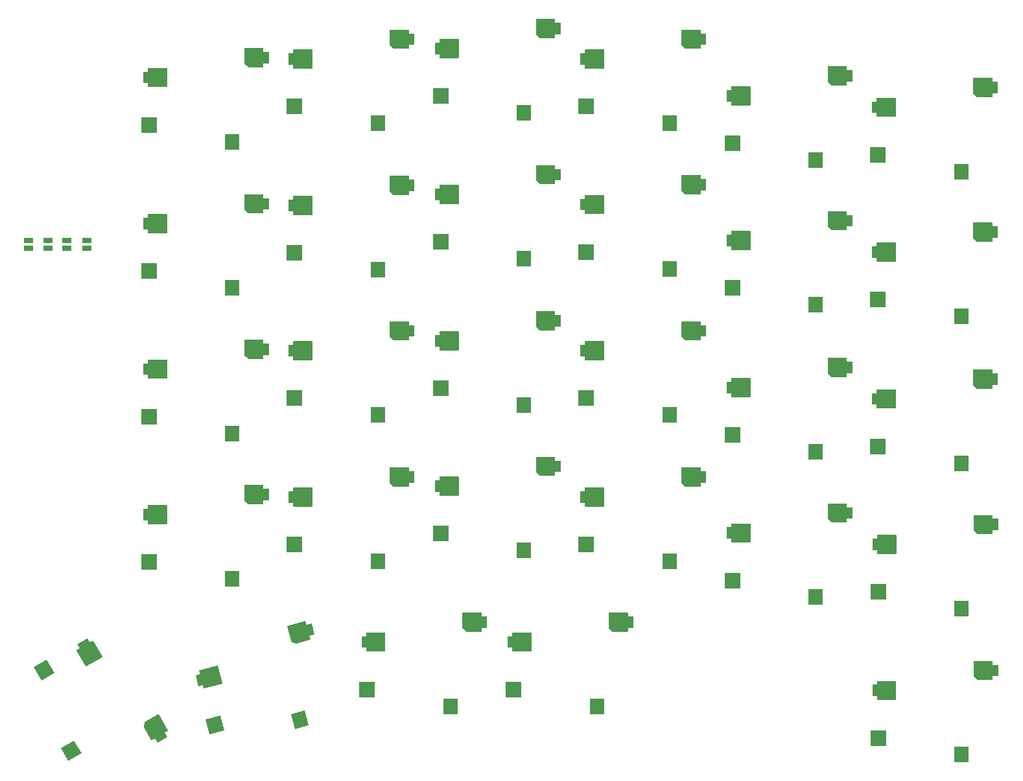
<source format=gbp>
G04 #@! TF.GenerationSoftware,KiCad,Pcbnew,(5.1.12-1-10_14)*
G04 #@! TF.CreationDate,2021-12-27T15:41:04+00:00*
G04 #@! TF.ProjectId,SofleKeyboard,536f666c-654b-4657-9962-6f6172642e6b,rev?*
G04 #@! TF.SameCoordinates,Original*
G04 #@! TF.FileFunction,Paste,Bot*
G04 #@! TF.FilePolarity,Positive*
%FSLAX46Y46*%
G04 Gerber Fmt 4.6, Leading zero omitted, Abs format (unit mm)*
G04 Created by KiCad (PCBNEW (5.1.12-1-10_14)) date 2021-12-27 15:41:04*
%MOMM*%
%LPD*%
G01*
G04 APERTURE LIST*
%ADD10C,0.100000*%
%ADD11R,1.900000X2.000000*%
%ADD12R,2.000000X2.000000*%
%ADD13R,1.143000X0.635000*%
G04 APERTURE END LIST*
D10*
G36*
X203509755Y-103150961D02*
G01*
X203519134Y-103153806D01*
X203527779Y-103158427D01*
X203535355Y-103164645D01*
X203541573Y-103172221D01*
X203546194Y-103180866D01*
X203549039Y-103190245D01*
X203550000Y-103200000D01*
X203550000Y-103650000D01*
X204250000Y-103650000D01*
X204250000Y-105150000D01*
X203550000Y-105150000D01*
X203550000Y-105600000D01*
X203549039Y-105609755D01*
X203546194Y-105619134D01*
X203541573Y-105627779D01*
X203535355Y-105635355D01*
X203527779Y-105641573D01*
X203519134Y-105646194D01*
X203509755Y-105649039D01*
X203500000Y-105650000D01*
X201600000Y-105650000D01*
X201590245Y-105649039D01*
X201580866Y-105646194D01*
X201568765Y-105639043D01*
X201068765Y-105239043D01*
X201061748Y-105232200D01*
X201056202Y-105224118D01*
X201052338Y-105215110D01*
X201050306Y-105205522D01*
X201050000Y-105200000D01*
X201050000Y-103200000D01*
X201050961Y-103190245D01*
X201053806Y-103180866D01*
X201058427Y-103172221D01*
X201064645Y-103164645D01*
X201072221Y-103158427D01*
X201080866Y-103153806D01*
X201090245Y-103150961D01*
X201100000Y-103150000D01*
X203500000Y-103150000D01*
X203509755Y-103150961D01*
G37*
G36*
X190909755Y-105750961D02*
G01*
X190919134Y-105753806D01*
X190927779Y-105758427D01*
X190935355Y-105764645D01*
X190941573Y-105772221D01*
X190946194Y-105780866D01*
X190949039Y-105790245D01*
X190950000Y-105800000D01*
X190950000Y-108200000D01*
X190949039Y-108209755D01*
X190946194Y-108219134D01*
X190941573Y-108227779D01*
X190935355Y-108235355D01*
X190927779Y-108241573D01*
X190919134Y-108246194D01*
X190909755Y-108249039D01*
X190900000Y-108250000D01*
X188500000Y-108250000D01*
X188490245Y-108249039D01*
X188480866Y-108246194D01*
X188472221Y-108241573D01*
X188464645Y-108235355D01*
X188458427Y-108227779D01*
X188453806Y-108219134D01*
X188450961Y-108209755D01*
X188450000Y-108200000D01*
X188450000Y-107750000D01*
X187850000Y-107750000D01*
X187850000Y-106250000D01*
X188450000Y-106250000D01*
X188450000Y-105800000D01*
X188450961Y-105790245D01*
X188453806Y-105780866D01*
X188458427Y-105772221D01*
X188464645Y-105764645D01*
X188472221Y-105758427D01*
X188480866Y-105753806D01*
X188490245Y-105750961D01*
X188500000Y-105750000D01*
X190900000Y-105750000D01*
X190909755Y-105750961D01*
G37*
D11*
X199500000Y-115400000D03*
D12*
X188600000Y-113200000D03*
D13*
X96700000Y-68799620D03*
X96700000Y-69800380D03*
X99200000Y-68799620D03*
X99200000Y-69800380D03*
X101700000Y-68799620D03*
X101700000Y-69800380D03*
X104300000Y-68799620D03*
X104300000Y-69800380D03*
D10*
G36*
X127309755Y-43650961D02*
G01*
X127319134Y-43653806D01*
X127327779Y-43658427D01*
X127335355Y-43664645D01*
X127341573Y-43672221D01*
X127346194Y-43680866D01*
X127349039Y-43690245D01*
X127350000Y-43700000D01*
X127350000Y-44150000D01*
X128050000Y-44150000D01*
X128050000Y-45650000D01*
X127350000Y-45650000D01*
X127350000Y-46100000D01*
X127349039Y-46109755D01*
X127346194Y-46119134D01*
X127341573Y-46127779D01*
X127335355Y-46135355D01*
X127327779Y-46141573D01*
X127319134Y-46146194D01*
X127309755Y-46149039D01*
X127300000Y-46150000D01*
X125400000Y-46150000D01*
X125390245Y-46149039D01*
X125380866Y-46146194D01*
X125368765Y-46139043D01*
X124868765Y-45739043D01*
X124861748Y-45732200D01*
X124856202Y-45724118D01*
X124852338Y-45715110D01*
X124850306Y-45705522D01*
X124850000Y-45700000D01*
X124850000Y-43700000D01*
X124850961Y-43690245D01*
X124853806Y-43680866D01*
X124858427Y-43672221D01*
X124864645Y-43664645D01*
X124872221Y-43658427D01*
X124880866Y-43653806D01*
X124890245Y-43650961D01*
X124900000Y-43650000D01*
X127300000Y-43650000D01*
X127309755Y-43650961D01*
G37*
G36*
X114709755Y-46250961D02*
G01*
X114719134Y-46253806D01*
X114727779Y-46258427D01*
X114735355Y-46264645D01*
X114741573Y-46272221D01*
X114746194Y-46280866D01*
X114749039Y-46290245D01*
X114750000Y-46300000D01*
X114750000Y-48700000D01*
X114749039Y-48709755D01*
X114746194Y-48719134D01*
X114741573Y-48727779D01*
X114735355Y-48735355D01*
X114727779Y-48741573D01*
X114719134Y-48746194D01*
X114709755Y-48749039D01*
X114700000Y-48750000D01*
X112300000Y-48750000D01*
X112290245Y-48749039D01*
X112280866Y-48746194D01*
X112272221Y-48741573D01*
X112264645Y-48735355D01*
X112258427Y-48727779D01*
X112253806Y-48719134D01*
X112250961Y-48709755D01*
X112250000Y-48700000D01*
X112250000Y-48250000D01*
X111650000Y-48250000D01*
X111650000Y-46750000D01*
X112250000Y-46750000D01*
X112250000Y-46300000D01*
X112250961Y-46290245D01*
X112253806Y-46280866D01*
X112258427Y-46272221D01*
X112264645Y-46264645D01*
X112272221Y-46258427D01*
X112280866Y-46253806D01*
X112290245Y-46250961D01*
X112300000Y-46250000D01*
X114700000Y-46250000D01*
X114709755Y-46250961D01*
G37*
D11*
X123300000Y-55900000D03*
D12*
X112400000Y-53700000D03*
D10*
G36*
X146309755Y-41250961D02*
G01*
X146319134Y-41253806D01*
X146327779Y-41258427D01*
X146335355Y-41264645D01*
X146341573Y-41272221D01*
X146346194Y-41280866D01*
X146349039Y-41290245D01*
X146350000Y-41300000D01*
X146350000Y-41750000D01*
X147050000Y-41750000D01*
X147050000Y-43250000D01*
X146350000Y-43250000D01*
X146350000Y-43700000D01*
X146349039Y-43709755D01*
X146346194Y-43719134D01*
X146341573Y-43727779D01*
X146335355Y-43735355D01*
X146327779Y-43741573D01*
X146319134Y-43746194D01*
X146309755Y-43749039D01*
X146300000Y-43750000D01*
X144400000Y-43750000D01*
X144390245Y-43749039D01*
X144380866Y-43746194D01*
X144368765Y-43739043D01*
X143868765Y-43339043D01*
X143861748Y-43332200D01*
X143856202Y-43324118D01*
X143852338Y-43315110D01*
X143850306Y-43305522D01*
X143850000Y-43300000D01*
X143850000Y-41300000D01*
X143850961Y-41290245D01*
X143853806Y-41280866D01*
X143858427Y-41272221D01*
X143864645Y-41264645D01*
X143872221Y-41258427D01*
X143880866Y-41253806D01*
X143890245Y-41250961D01*
X143900000Y-41250000D01*
X146300000Y-41250000D01*
X146309755Y-41250961D01*
G37*
G36*
X133709755Y-43850961D02*
G01*
X133719134Y-43853806D01*
X133727779Y-43858427D01*
X133735355Y-43864645D01*
X133741573Y-43872221D01*
X133746194Y-43880866D01*
X133749039Y-43890245D01*
X133750000Y-43900000D01*
X133750000Y-46300000D01*
X133749039Y-46309755D01*
X133746194Y-46319134D01*
X133741573Y-46327779D01*
X133735355Y-46335355D01*
X133727779Y-46341573D01*
X133719134Y-46346194D01*
X133709755Y-46349039D01*
X133700000Y-46350000D01*
X131300000Y-46350000D01*
X131290245Y-46349039D01*
X131280866Y-46346194D01*
X131272221Y-46341573D01*
X131264645Y-46335355D01*
X131258427Y-46327779D01*
X131253806Y-46319134D01*
X131250961Y-46309755D01*
X131250000Y-46300000D01*
X131250000Y-45850000D01*
X130650000Y-45850000D01*
X130650000Y-44350000D01*
X131250000Y-44350000D01*
X131250000Y-43900000D01*
X131250961Y-43890245D01*
X131253806Y-43880866D01*
X131258427Y-43872221D01*
X131264645Y-43864645D01*
X131272221Y-43858427D01*
X131280866Y-43853806D01*
X131290245Y-43850961D01*
X131300000Y-43850000D01*
X133700000Y-43850000D01*
X133709755Y-43850961D01*
G37*
D11*
X142300000Y-53500000D03*
D12*
X131400000Y-51300000D03*
D10*
G36*
X165409755Y-39860961D02*
G01*
X165419134Y-39863806D01*
X165427779Y-39868427D01*
X165435355Y-39874645D01*
X165441573Y-39882221D01*
X165446194Y-39890866D01*
X165449039Y-39900245D01*
X165450000Y-39910000D01*
X165450000Y-40360000D01*
X166150000Y-40360000D01*
X166150000Y-41860000D01*
X165450000Y-41860000D01*
X165450000Y-42310000D01*
X165449039Y-42319755D01*
X165446194Y-42329134D01*
X165441573Y-42337779D01*
X165435355Y-42345355D01*
X165427779Y-42351573D01*
X165419134Y-42356194D01*
X165409755Y-42359039D01*
X165400000Y-42360000D01*
X163500000Y-42360000D01*
X163490245Y-42359039D01*
X163480866Y-42356194D01*
X163468765Y-42349043D01*
X162968765Y-41949043D01*
X162961748Y-41942200D01*
X162956202Y-41934118D01*
X162952338Y-41925110D01*
X162950306Y-41915522D01*
X162950000Y-41910000D01*
X162950000Y-39910000D01*
X162950961Y-39900245D01*
X162953806Y-39890866D01*
X162958427Y-39882221D01*
X162964645Y-39874645D01*
X162972221Y-39868427D01*
X162980866Y-39863806D01*
X162990245Y-39860961D01*
X163000000Y-39860000D01*
X165400000Y-39860000D01*
X165409755Y-39860961D01*
G37*
G36*
X152809755Y-42460961D02*
G01*
X152819134Y-42463806D01*
X152827779Y-42468427D01*
X152835355Y-42474645D01*
X152841573Y-42482221D01*
X152846194Y-42490866D01*
X152849039Y-42500245D01*
X152850000Y-42510000D01*
X152850000Y-44910000D01*
X152849039Y-44919755D01*
X152846194Y-44929134D01*
X152841573Y-44937779D01*
X152835355Y-44945355D01*
X152827779Y-44951573D01*
X152819134Y-44956194D01*
X152809755Y-44959039D01*
X152800000Y-44960000D01*
X150400000Y-44960000D01*
X150390245Y-44959039D01*
X150380866Y-44956194D01*
X150372221Y-44951573D01*
X150364645Y-44945355D01*
X150358427Y-44937779D01*
X150353806Y-44929134D01*
X150350961Y-44919755D01*
X150350000Y-44910000D01*
X150350000Y-44460000D01*
X149750000Y-44460000D01*
X149750000Y-42960000D01*
X150350000Y-42960000D01*
X150350000Y-42510000D01*
X150350961Y-42500245D01*
X150353806Y-42490866D01*
X150358427Y-42482221D01*
X150364645Y-42474645D01*
X150372221Y-42468427D01*
X150380866Y-42463806D01*
X150390245Y-42460961D01*
X150400000Y-42460000D01*
X152800000Y-42460000D01*
X152809755Y-42460961D01*
G37*
D11*
X161400000Y-52110000D03*
D12*
X150500000Y-49910000D03*
D10*
G36*
X184409755Y-41250961D02*
G01*
X184419134Y-41253806D01*
X184427779Y-41258427D01*
X184435355Y-41264645D01*
X184441573Y-41272221D01*
X184446194Y-41280866D01*
X184449039Y-41290245D01*
X184450000Y-41300000D01*
X184450000Y-41750000D01*
X185150000Y-41750000D01*
X185150000Y-43250000D01*
X184450000Y-43250000D01*
X184450000Y-43700000D01*
X184449039Y-43709755D01*
X184446194Y-43719134D01*
X184441573Y-43727779D01*
X184435355Y-43735355D01*
X184427779Y-43741573D01*
X184419134Y-43746194D01*
X184409755Y-43749039D01*
X184400000Y-43750000D01*
X182500000Y-43750000D01*
X182490245Y-43749039D01*
X182480866Y-43746194D01*
X182468765Y-43739043D01*
X181968765Y-43339043D01*
X181961748Y-43332200D01*
X181956202Y-43324118D01*
X181952338Y-43315110D01*
X181950306Y-43305522D01*
X181950000Y-43300000D01*
X181950000Y-41300000D01*
X181950961Y-41290245D01*
X181953806Y-41280866D01*
X181958427Y-41272221D01*
X181964645Y-41264645D01*
X181972221Y-41258427D01*
X181980866Y-41253806D01*
X181990245Y-41250961D01*
X182000000Y-41250000D01*
X184400000Y-41250000D01*
X184409755Y-41250961D01*
G37*
G36*
X171809755Y-43850961D02*
G01*
X171819134Y-43853806D01*
X171827779Y-43858427D01*
X171835355Y-43864645D01*
X171841573Y-43872221D01*
X171846194Y-43880866D01*
X171849039Y-43890245D01*
X171850000Y-43900000D01*
X171850000Y-46300000D01*
X171849039Y-46309755D01*
X171846194Y-46319134D01*
X171841573Y-46327779D01*
X171835355Y-46335355D01*
X171827779Y-46341573D01*
X171819134Y-46346194D01*
X171809755Y-46349039D01*
X171800000Y-46350000D01*
X169400000Y-46350000D01*
X169390245Y-46349039D01*
X169380866Y-46346194D01*
X169372221Y-46341573D01*
X169364645Y-46335355D01*
X169358427Y-46327779D01*
X169353806Y-46319134D01*
X169350961Y-46309755D01*
X169350000Y-46300000D01*
X169350000Y-45850000D01*
X168750000Y-45850000D01*
X168750000Y-44350000D01*
X169350000Y-44350000D01*
X169350000Y-43900000D01*
X169350961Y-43890245D01*
X169353806Y-43880866D01*
X169358427Y-43872221D01*
X169364645Y-43864645D01*
X169372221Y-43858427D01*
X169380866Y-43853806D01*
X169390245Y-43850961D01*
X169400000Y-43850000D01*
X171800000Y-43850000D01*
X171809755Y-43850961D01*
G37*
D11*
X180400000Y-53500000D03*
D12*
X169500000Y-51300000D03*
D10*
G36*
X203509755Y-46050961D02*
G01*
X203519134Y-46053806D01*
X203527779Y-46058427D01*
X203535355Y-46064645D01*
X203541573Y-46072221D01*
X203546194Y-46080866D01*
X203549039Y-46090245D01*
X203550000Y-46100000D01*
X203550000Y-46550000D01*
X204250000Y-46550000D01*
X204250000Y-48050000D01*
X203550000Y-48050000D01*
X203550000Y-48500000D01*
X203549039Y-48509755D01*
X203546194Y-48519134D01*
X203541573Y-48527779D01*
X203535355Y-48535355D01*
X203527779Y-48541573D01*
X203519134Y-48546194D01*
X203509755Y-48549039D01*
X203500000Y-48550000D01*
X201600000Y-48550000D01*
X201590245Y-48549039D01*
X201580866Y-48546194D01*
X201568765Y-48539043D01*
X201068765Y-48139043D01*
X201061748Y-48132200D01*
X201056202Y-48124118D01*
X201052338Y-48115110D01*
X201050306Y-48105522D01*
X201050000Y-48100000D01*
X201050000Y-46100000D01*
X201050961Y-46090245D01*
X201053806Y-46080866D01*
X201058427Y-46072221D01*
X201064645Y-46064645D01*
X201072221Y-46058427D01*
X201080866Y-46053806D01*
X201090245Y-46050961D01*
X201100000Y-46050000D01*
X203500000Y-46050000D01*
X203509755Y-46050961D01*
G37*
G36*
X190909755Y-48650961D02*
G01*
X190919134Y-48653806D01*
X190927779Y-48658427D01*
X190935355Y-48664645D01*
X190941573Y-48672221D01*
X190946194Y-48680866D01*
X190949039Y-48690245D01*
X190950000Y-48700000D01*
X190950000Y-51100000D01*
X190949039Y-51109755D01*
X190946194Y-51119134D01*
X190941573Y-51127779D01*
X190935355Y-51135355D01*
X190927779Y-51141573D01*
X190919134Y-51146194D01*
X190909755Y-51149039D01*
X190900000Y-51150000D01*
X188500000Y-51150000D01*
X188490245Y-51149039D01*
X188480866Y-51146194D01*
X188472221Y-51141573D01*
X188464645Y-51135355D01*
X188458427Y-51127779D01*
X188453806Y-51119134D01*
X188450961Y-51109755D01*
X188450000Y-51100000D01*
X188450000Y-50650000D01*
X187850000Y-50650000D01*
X187850000Y-49150000D01*
X188450000Y-49150000D01*
X188450000Y-48700000D01*
X188450961Y-48690245D01*
X188453806Y-48680866D01*
X188458427Y-48672221D01*
X188464645Y-48664645D01*
X188472221Y-48658427D01*
X188480866Y-48653806D01*
X188490245Y-48650961D01*
X188500000Y-48650000D01*
X190900000Y-48650000D01*
X190909755Y-48650961D01*
G37*
D11*
X199500000Y-58300000D03*
D12*
X188600000Y-56100000D03*
D10*
G36*
X222509755Y-47550961D02*
G01*
X222519134Y-47553806D01*
X222527779Y-47558427D01*
X222535355Y-47564645D01*
X222541573Y-47572221D01*
X222546194Y-47580866D01*
X222549039Y-47590245D01*
X222550000Y-47600000D01*
X222550000Y-48050000D01*
X223250000Y-48050000D01*
X223250000Y-49550000D01*
X222550000Y-49550000D01*
X222550000Y-50000000D01*
X222549039Y-50009755D01*
X222546194Y-50019134D01*
X222541573Y-50027779D01*
X222535355Y-50035355D01*
X222527779Y-50041573D01*
X222519134Y-50046194D01*
X222509755Y-50049039D01*
X222500000Y-50050000D01*
X220600000Y-50050000D01*
X220590245Y-50049039D01*
X220580866Y-50046194D01*
X220568765Y-50039043D01*
X220068765Y-49639043D01*
X220061748Y-49632200D01*
X220056202Y-49624118D01*
X220052338Y-49615110D01*
X220050306Y-49605522D01*
X220050000Y-49600000D01*
X220050000Y-47600000D01*
X220050961Y-47590245D01*
X220053806Y-47580866D01*
X220058427Y-47572221D01*
X220064645Y-47564645D01*
X220072221Y-47558427D01*
X220080866Y-47553806D01*
X220090245Y-47550961D01*
X220100000Y-47550000D01*
X222500000Y-47550000D01*
X222509755Y-47550961D01*
G37*
G36*
X209909755Y-50150961D02*
G01*
X209919134Y-50153806D01*
X209927779Y-50158427D01*
X209935355Y-50164645D01*
X209941573Y-50172221D01*
X209946194Y-50180866D01*
X209949039Y-50190245D01*
X209950000Y-50200000D01*
X209950000Y-52600000D01*
X209949039Y-52609755D01*
X209946194Y-52619134D01*
X209941573Y-52627779D01*
X209935355Y-52635355D01*
X209927779Y-52641573D01*
X209919134Y-52646194D01*
X209909755Y-52649039D01*
X209900000Y-52650000D01*
X207500000Y-52650000D01*
X207490245Y-52649039D01*
X207480866Y-52646194D01*
X207472221Y-52641573D01*
X207464645Y-52635355D01*
X207458427Y-52627779D01*
X207453806Y-52619134D01*
X207450961Y-52609755D01*
X207450000Y-52600000D01*
X207450000Y-52150000D01*
X206850000Y-52150000D01*
X206850000Y-50650000D01*
X207450000Y-50650000D01*
X207450000Y-50200000D01*
X207450961Y-50190245D01*
X207453806Y-50180866D01*
X207458427Y-50172221D01*
X207464645Y-50164645D01*
X207472221Y-50158427D01*
X207480866Y-50153806D01*
X207490245Y-50150961D01*
X207500000Y-50150000D01*
X209900000Y-50150000D01*
X209909755Y-50150961D01*
G37*
D11*
X218500000Y-59800000D03*
D12*
X207600000Y-57600000D03*
D10*
G36*
X127309755Y-62750961D02*
G01*
X127319134Y-62753806D01*
X127327779Y-62758427D01*
X127335355Y-62764645D01*
X127341573Y-62772221D01*
X127346194Y-62780866D01*
X127349039Y-62790245D01*
X127350000Y-62800000D01*
X127350000Y-63250000D01*
X128050000Y-63250000D01*
X128050000Y-64750000D01*
X127350000Y-64750000D01*
X127350000Y-65200000D01*
X127349039Y-65209755D01*
X127346194Y-65219134D01*
X127341573Y-65227779D01*
X127335355Y-65235355D01*
X127327779Y-65241573D01*
X127319134Y-65246194D01*
X127309755Y-65249039D01*
X127300000Y-65250000D01*
X125400000Y-65250000D01*
X125390245Y-65249039D01*
X125380866Y-65246194D01*
X125368765Y-65239043D01*
X124868765Y-64839043D01*
X124861748Y-64832200D01*
X124856202Y-64824118D01*
X124852338Y-64815110D01*
X124850306Y-64805522D01*
X124850000Y-64800000D01*
X124850000Y-62800000D01*
X124850961Y-62790245D01*
X124853806Y-62780866D01*
X124858427Y-62772221D01*
X124864645Y-62764645D01*
X124872221Y-62758427D01*
X124880866Y-62753806D01*
X124890245Y-62750961D01*
X124900000Y-62750000D01*
X127300000Y-62750000D01*
X127309755Y-62750961D01*
G37*
G36*
X114709755Y-65350961D02*
G01*
X114719134Y-65353806D01*
X114727779Y-65358427D01*
X114735355Y-65364645D01*
X114741573Y-65372221D01*
X114746194Y-65380866D01*
X114749039Y-65390245D01*
X114750000Y-65400000D01*
X114750000Y-67800000D01*
X114749039Y-67809755D01*
X114746194Y-67819134D01*
X114741573Y-67827779D01*
X114735355Y-67835355D01*
X114727779Y-67841573D01*
X114719134Y-67846194D01*
X114709755Y-67849039D01*
X114700000Y-67850000D01*
X112300000Y-67850000D01*
X112290245Y-67849039D01*
X112280866Y-67846194D01*
X112272221Y-67841573D01*
X112264645Y-67835355D01*
X112258427Y-67827779D01*
X112253806Y-67819134D01*
X112250961Y-67809755D01*
X112250000Y-67800000D01*
X112250000Y-67350000D01*
X111650000Y-67350000D01*
X111650000Y-65850000D01*
X112250000Y-65850000D01*
X112250000Y-65400000D01*
X112250961Y-65390245D01*
X112253806Y-65380866D01*
X112258427Y-65372221D01*
X112264645Y-65364645D01*
X112272221Y-65358427D01*
X112280866Y-65353806D01*
X112290245Y-65350961D01*
X112300000Y-65350000D01*
X114700000Y-65350000D01*
X114709755Y-65350961D01*
G37*
D11*
X123300000Y-75000000D03*
D12*
X112400000Y-72800000D03*
D10*
G36*
X146309755Y-60350961D02*
G01*
X146319134Y-60353806D01*
X146327779Y-60358427D01*
X146335355Y-60364645D01*
X146341573Y-60372221D01*
X146346194Y-60380866D01*
X146349039Y-60390245D01*
X146350000Y-60400000D01*
X146350000Y-60850000D01*
X147050000Y-60850000D01*
X147050000Y-62350000D01*
X146350000Y-62350000D01*
X146350000Y-62800000D01*
X146349039Y-62809755D01*
X146346194Y-62819134D01*
X146341573Y-62827779D01*
X146335355Y-62835355D01*
X146327779Y-62841573D01*
X146319134Y-62846194D01*
X146309755Y-62849039D01*
X146300000Y-62850000D01*
X144400000Y-62850000D01*
X144390245Y-62849039D01*
X144380866Y-62846194D01*
X144368765Y-62839043D01*
X143868765Y-62439043D01*
X143861748Y-62432200D01*
X143856202Y-62424118D01*
X143852338Y-62415110D01*
X143850306Y-62405522D01*
X143850000Y-62400000D01*
X143850000Y-60400000D01*
X143850961Y-60390245D01*
X143853806Y-60380866D01*
X143858427Y-60372221D01*
X143864645Y-60364645D01*
X143872221Y-60358427D01*
X143880866Y-60353806D01*
X143890245Y-60350961D01*
X143900000Y-60350000D01*
X146300000Y-60350000D01*
X146309755Y-60350961D01*
G37*
G36*
X133709755Y-62950961D02*
G01*
X133719134Y-62953806D01*
X133727779Y-62958427D01*
X133735355Y-62964645D01*
X133741573Y-62972221D01*
X133746194Y-62980866D01*
X133749039Y-62990245D01*
X133750000Y-63000000D01*
X133750000Y-65400000D01*
X133749039Y-65409755D01*
X133746194Y-65419134D01*
X133741573Y-65427779D01*
X133735355Y-65435355D01*
X133727779Y-65441573D01*
X133719134Y-65446194D01*
X133709755Y-65449039D01*
X133700000Y-65450000D01*
X131300000Y-65450000D01*
X131290245Y-65449039D01*
X131280866Y-65446194D01*
X131272221Y-65441573D01*
X131264645Y-65435355D01*
X131258427Y-65427779D01*
X131253806Y-65419134D01*
X131250961Y-65409755D01*
X131250000Y-65400000D01*
X131250000Y-64950000D01*
X130650000Y-64950000D01*
X130650000Y-63450000D01*
X131250000Y-63450000D01*
X131250000Y-63000000D01*
X131250961Y-62990245D01*
X131253806Y-62980866D01*
X131258427Y-62972221D01*
X131264645Y-62964645D01*
X131272221Y-62958427D01*
X131280866Y-62953806D01*
X131290245Y-62950961D01*
X131300000Y-62950000D01*
X133700000Y-62950000D01*
X133709755Y-62950961D01*
G37*
D11*
X142300000Y-72600000D03*
D12*
X131400000Y-70400000D03*
D10*
G36*
X165409755Y-58950961D02*
G01*
X165419134Y-58953806D01*
X165427779Y-58958427D01*
X165435355Y-58964645D01*
X165441573Y-58972221D01*
X165446194Y-58980866D01*
X165449039Y-58990245D01*
X165450000Y-59000000D01*
X165450000Y-59450000D01*
X166150000Y-59450000D01*
X166150000Y-60950000D01*
X165450000Y-60950000D01*
X165450000Y-61400000D01*
X165449039Y-61409755D01*
X165446194Y-61419134D01*
X165441573Y-61427779D01*
X165435355Y-61435355D01*
X165427779Y-61441573D01*
X165419134Y-61446194D01*
X165409755Y-61449039D01*
X165400000Y-61450000D01*
X163500000Y-61450000D01*
X163490245Y-61449039D01*
X163480866Y-61446194D01*
X163468765Y-61439043D01*
X162968765Y-61039043D01*
X162961748Y-61032200D01*
X162956202Y-61024118D01*
X162952338Y-61015110D01*
X162950306Y-61005522D01*
X162950000Y-61000000D01*
X162950000Y-59000000D01*
X162950961Y-58990245D01*
X162953806Y-58980866D01*
X162958427Y-58972221D01*
X162964645Y-58964645D01*
X162972221Y-58958427D01*
X162980866Y-58953806D01*
X162990245Y-58950961D01*
X163000000Y-58950000D01*
X165400000Y-58950000D01*
X165409755Y-58950961D01*
G37*
G36*
X152809755Y-61550961D02*
G01*
X152819134Y-61553806D01*
X152827779Y-61558427D01*
X152835355Y-61564645D01*
X152841573Y-61572221D01*
X152846194Y-61580866D01*
X152849039Y-61590245D01*
X152850000Y-61600000D01*
X152850000Y-64000000D01*
X152849039Y-64009755D01*
X152846194Y-64019134D01*
X152841573Y-64027779D01*
X152835355Y-64035355D01*
X152827779Y-64041573D01*
X152819134Y-64046194D01*
X152809755Y-64049039D01*
X152800000Y-64050000D01*
X150400000Y-64050000D01*
X150390245Y-64049039D01*
X150380866Y-64046194D01*
X150372221Y-64041573D01*
X150364645Y-64035355D01*
X150358427Y-64027779D01*
X150353806Y-64019134D01*
X150350961Y-64009755D01*
X150350000Y-64000000D01*
X150350000Y-63550000D01*
X149750000Y-63550000D01*
X149750000Y-62050000D01*
X150350000Y-62050000D01*
X150350000Y-61600000D01*
X150350961Y-61590245D01*
X150353806Y-61580866D01*
X150358427Y-61572221D01*
X150364645Y-61564645D01*
X150372221Y-61558427D01*
X150380866Y-61553806D01*
X150390245Y-61550961D01*
X150400000Y-61550000D01*
X152800000Y-61550000D01*
X152809755Y-61550961D01*
G37*
D11*
X161400000Y-71200000D03*
D12*
X150500000Y-69000000D03*
D10*
G36*
X184409755Y-60250961D02*
G01*
X184419134Y-60253806D01*
X184427779Y-60258427D01*
X184435355Y-60264645D01*
X184441573Y-60272221D01*
X184446194Y-60280866D01*
X184449039Y-60290245D01*
X184450000Y-60300000D01*
X184450000Y-60750000D01*
X185150000Y-60750000D01*
X185150000Y-62250000D01*
X184450000Y-62250000D01*
X184450000Y-62700000D01*
X184449039Y-62709755D01*
X184446194Y-62719134D01*
X184441573Y-62727779D01*
X184435355Y-62735355D01*
X184427779Y-62741573D01*
X184419134Y-62746194D01*
X184409755Y-62749039D01*
X184400000Y-62750000D01*
X182500000Y-62750000D01*
X182490245Y-62749039D01*
X182480866Y-62746194D01*
X182468765Y-62739043D01*
X181968765Y-62339043D01*
X181961748Y-62332200D01*
X181956202Y-62324118D01*
X181952338Y-62315110D01*
X181950306Y-62305522D01*
X181950000Y-62300000D01*
X181950000Y-60300000D01*
X181950961Y-60290245D01*
X181953806Y-60280866D01*
X181958427Y-60272221D01*
X181964645Y-60264645D01*
X181972221Y-60258427D01*
X181980866Y-60253806D01*
X181990245Y-60250961D01*
X182000000Y-60250000D01*
X184400000Y-60250000D01*
X184409755Y-60250961D01*
G37*
G36*
X171809755Y-62850961D02*
G01*
X171819134Y-62853806D01*
X171827779Y-62858427D01*
X171835355Y-62864645D01*
X171841573Y-62872221D01*
X171846194Y-62880866D01*
X171849039Y-62890245D01*
X171850000Y-62900000D01*
X171850000Y-65300000D01*
X171849039Y-65309755D01*
X171846194Y-65319134D01*
X171841573Y-65327779D01*
X171835355Y-65335355D01*
X171827779Y-65341573D01*
X171819134Y-65346194D01*
X171809755Y-65349039D01*
X171800000Y-65350000D01*
X169400000Y-65350000D01*
X169390245Y-65349039D01*
X169380866Y-65346194D01*
X169372221Y-65341573D01*
X169364645Y-65335355D01*
X169358427Y-65327779D01*
X169353806Y-65319134D01*
X169350961Y-65309755D01*
X169350000Y-65300000D01*
X169350000Y-64850000D01*
X168750000Y-64850000D01*
X168750000Y-63350000D01*
X169350000Y-63350000D01*
X169350000Y-62900000D01*
X169350961Y-62890245D01*
X169353806Y-62880866D01*
X169358427Y-62872221D01*
X169364645Y-62864645D01*
X169372221Y-62858427D01*
X169380866Y-62853806D01*
X169390245Y-62850961D01*
X169400000Y-62850000D01*
X171800000Y-62850000D01*
X171809755Y-62850961D01*
G37*
D11*
X180400000Y-72500000D03*
D12*
X169500000Y-70300000D03*
D10*
G36*
X203509755Y-64950961D02*
G01*
X203519134Y-64953806D01*
X203527779Y-64958427D01*
X203535355Y-64964645D01*
X203541573Y-64972221D01*
X203546194Y-64980866D01*
X203549039Y-64990245D01*
X203550000Y-65000000D01*
X203550000Y-65450000D01*
X204250000Y-65450000D01*
X204250000Y-66950000D01*
X203550000Y-66950000D01*
X203550000Y-67400000D01*
X203549039Y-67409755D01*
X203546194Y-67419134D01*
X203541573Y-67427779D01*
X203535355Y-67435355D01*
X203527779Y-67441573D01*
X203519134Y-67446194D01*
X203509755Y-67449039D01*
X203500000Y-67450000D01*
X201600000Y-67450000D01*
X201590245Y-67449039D01*
X201580866Y-67446194D01*
X201568765Y-67439043D01*
X201068765Y-67039043D01*
X201061748Y-67032200D01*
X201056202Y-67024118D01*
X201052338Y-67015110D01*
X201050306Y-67005522D01*
X201050000Y-67000000D01*
X201050000Y-65000000D01*
X201050961Y-64990245D01*
X201053806Y-64980866D01*
X201058427Y-64972221D01*
X201064645Y-64964645D01*
X201072221Y-64958427D01*
X201080866Y-64953806D01*
X201090245Y-64950961D01*
X201100000Y-64950000D01*
X203500000Y-64950000D01*
X203509755Y-64950961D01*
G37*
G36*
X190909755Y-67550961D02*
G01*
X190919134Y-67553806D01*
X190927779Y-67558427D01*
X190935355Y-67564645D01*
X190941573Y-67572221D01*
X190946194Y-67580866D01*
X190949039Y-67590245D01*
X190950000Y-67600000D01*
X190950000Y-70000000D01*
X190949039Y-70009755D01*
X190946194Y-70019134D01*
X190941573Y-70027779D01*
X190935355Y-70035355D01*
X190927779Y-70041573D01*
X190919134Y-70046194D01*
X190909755Y-70049039D01*
X190900000Y-70050000D01*
X188500000Y-70050000D01*
X188490245Y-70049039D01*
X188480866Y-70046194D01*
X188472221Y-70041573D01*
X188464645Y-70035355D01*
X188458427Y-70027779D01*
X188453806Y-70019134D01*
X188450961Y-70009755D01*
X188450000Y-70000000D01*
X188450000Y-69550000D01*
X187850000Y-69550000D01*
X187850000Y-68050000D01*
X188450000Y-68050000D01*
X188450000Y-67600000D01*
X188450961Y-67590245D01*
X188453806Y-67580866D01*
X188458427Y-67572221D01*
X188464645Y-67564645D01*
X188472221Y-67558427D01*
X188480866Y-67553806D01*
X188490245Y-67550961D01*
X188500000Y-67550000D01*
X190900000Y-67550000D01*
X190909755Y-67550961D01*
G37*
D11*
X199500000Y-77200000D03*
D12*
X188600000Y-75000000D03*
D10*
G36*
X222509755Y-66450961D02*
G01*
X222519134Y-66453806D01*
X222527779Y-66458427D01*
X222535355Y-66464645D01*
X222541573Y-66472221D01*
X222546194Y-66480866D01*
X222549039Y-66490245D01*
X222550000Y-66500000D01*
X222550000Y-66950000D01*
X223250000Y-66950000D01*
X223250000Y-68450000D01*
X222550000Y-68450000D01*
X222550000Y-68900000D01*
X222549039Y-68909755D01*
X222546194Y-68919134D01*
X222541573Y-68927779D01*
X222535355Y-68935355D01*
X222527779Y-68941573D01*
X222519134Y-68946194D01*
X222509755Y-68949039D01*
X222500000Y-68950000D01*
X220600000Y-68950000D01*
X220590245Y-68949039D01*
X220580866Y-68946194D01*
X220568765Y-68939043D01*
X220068765Y-68539043D01*
X220061748Y-68532200D01*
X220056202Y-68524118D01*
X220052338Y-68515110D01*
X220050306Y-68505522D01*
X220050000Y-68500000D01*
X220050000Y-66500000D01*
X220050961Y-66490245D01*
X220053806Y-66480866D01*
X220058427Y-66472221D01*
X220064645Y-66464645D01*
X220072221Y-66458427D01*
X220080866Y-66453806D01*
X220090245Y-66450961D01*
X220100000Y-66450000D01*
X222500000Y-66450000D01*
X222509755Y-66450961D01*
G37*
G36*
X209909755Y-69050961D02*
G01*
X209919134Y-69053806D01*
X209927779Y-69058427D01*
X209935355Y-69064645D01*
X209941573Y-69072221D01*
X209946194Y-69080866D01*
X209949039Y-69090245D01*
X209950000Y-69100000D01*
X209950000Y-71500000D01*
X209949039Y-71509755D01*
X209946194Y-71519134D01*
X209941573Y-71527779D01*
X209935355Y-71535355D01*
X209927779Y-71541573D01*
X209919134Y-71546194D01*
X209909755Y-71549039D01*
X209900000Y-71550000D01*
X207500000Y-71550000D01*
X207490245Y-71549039D01*
X207480866Y-71546194D01*
X207472221Y-71541573D01*
X207464645Y-71535355D01*
X207458427Y-71527779D01*
X207453806Y-71519134D01*
X207450961Y-71509755D01*
X207450000Y-71500000D01*
X207450000Y-71050000D01*
X206850000Y-71050000D01*
X206850000Y-69550000D01*
X207450000Y-69550000D01*
X207450000Y-69100000D01*
X207450961Y-69090245D01*
X207453806Y-69080866D01*
X207458427Y-69072221D01*
X207464645Y-69064645D01*
X207472221Y-69058427D01*
X207480866Y-69053806D01*
X207490245Y-69050961D01*
X207500000Y-69050000D01*
X209900000Y-69050000D01*
X209909755Y-69050961D01*
G37*
D11*
X218500000Y-78700000D03*
D12*
X207600000Y-76500000D03*
D10*
G36*
X127309755Y-81750961D02*
G01*
X127319134Y-81753806D01*
X127327779Y-81758427D01*
X127335355Y-81764645D01*
X127341573Y-81772221D01*
X127346194Y-81780866D01*
X127349039Y-81790245D01*
X127350000Y-81800000D01*
X127350000Y-82250000D01*
X128050000Y-82250000D01*
X128050000Y-83750000D01*
X127350000Y-83750000D01*
X127350000Y-84200000D01*
X127349039Y-84209755D01*
X127346194Y-84219134D01*
X127341573Y-84227779D01*
X127335355Y-84235355D01*
X127327779Y-84241573D01*
X127319134Y-84246194D01*
X127309755Y-84249039D01*
X127300000Y-84250000D01*
X125400000Y-84250000D01*
X125390245Y-84249039D01*
X125380866Y-84246194D01*
X125368765Y-84239043D01*
X124868765Y-83839043D01*
X124861748Y-83832200D01*
X124856202Y-83824118D01*
X124852338Y-83815110D01*
X124850306Y-83805522D01*
X124850000Y-83800000D01*
X124850000Y-81800000D01*
X124850961Y-81790245D01*
X124853806Y-81780866D01*
X124858427Y-81772221D01*
X124864645Y-81764645D01*
X124872221Y-81758427D01*
X124880866Y-81753806D01*
X124890245Y-81750961D01*
X124900000Y-81750000D01*
X127300000Y-81750000D01*
X127309755Y-81750961D01*
G37*
G36*
X114709755Y-84350961D02*
G01*
X114719134Y-84353806D01*
X114727779Y-84358427D01*
X114735355Y-84364645D01*
X114741573Y-84372221D01*
X114746194Y-84380866D01*
X114749039Y-84390245D01*
X114750000Y-84400000D01*
X114750000Y-86800000D01*
X114749039Y-86809755D01*
X114746194Y-86819134D01*
X114741573Y-86827779D01*
X114735355Y-86835355D01*
X114727779Y-86841573D01*
X114719134Y-86846194D01*
X114709755Y-86849039D01*
X114700000Y-86850000D01*
X112300000Y-86850000D01*
X112290245Y-86849039D01*
X112280866Y-86846194D01*
X112272221Y-86841573D01*
X112264645Y-86835355D01*
X112258427Y-86827779D01*
X112253806Y-86819134D01*
X112250961Y-86809755D01*
X112250000Y-86800000D01*
X112250000Y-86350000D01*
X111650000Y-86350000D01*
X111650000Y-84850000D01*
X112250000Y-84850000D01*
X112250000Y-84400000D01*
X112250961Y-84390245D01*
X112253806Y-84380866D01*
X112258427Y-84372221D01*
X112264645Y-84364645D01*
X112272221Y-84358427D01*
X112280866Y-84353806D01*
X112290245Y-84350961D01*
X112300000Y-84350000D01*
X114700000Y-84350000D01*
X114709755Y-84350961D01*
G37*
D11*
X123300000Y-94000000D03*
D12*
X112400000Y-91800000D03*
D10*
G36*
X146309755Y-79350961D02*
G01*
X146319134Y-79353806D01*
X146327779Y-79358427D01*
X146335355Y-79364645D01*
X146341573Y-79372221D01*
X146346194Y-79380866D01*
X146349039Y-79390245D01*
X146350000Y-79400000D01*
X146350000Y-79850000D01*
X147050000Y-79850000D01*
X147050000Y-81350000D01*
X146350000Y-81350000D01*
X146350000Y-81800000D01*
X146349039Y-81809755D01*
X146346194Y-81819134D01*
X146341573Y-81827779D01*
X146335355Y-81835355D01*
X146327779Y-81841573D01*
X146319134Y-81846194D01*
X146309755Y-81849039D01*
X146300000Y-81850000D01*
X144400000Y-81850000D01*
X144390245Y-81849039D01*
X144380866Y-81846194D01*
X144368765Y-81839043D01*
X143868765Y-81439043D01*
X143861748Y-81432200D01*
X143856202Y-81424118D01*
X143852338Y-81415110D01*
X143850306Y-81405522D01*
X143850000Y-81400000D01*
X143850000Y-79400000D01*
X143850961Y-79390245D01*
X143853806Y-79380866D01*
X143858427Y-79372221D01*
X143864645Y-79364645D01*
X143872221Y-79358427D01*
X143880866Y-79353806D01*
X143890245Y-79350961D01*
X143900000Y-79350000D01*
X146300000Y-79350000D01*
X146309755Y-79350961D01*
G37*
G36*
X133709755Y-81950961D02*
G01*
X133719134Y-81953806D01*
X133727779Y-81958427D01*
X133735355Y-81964645D01*
X133741573Y-81972221D01*
X133746194Y-81980866D01*
X133749039Y-81990245D01*
X133750000Y-82000000D01*
X133750000Y-84400000D01*
X133749039Y-84409755D01*
X133746194Y-84419134D01*
X133741573Y-84427779D01*
X133735355Y-84435355D01*
X133727779Y-84441573D01*
X133719134Y-84446194D01*
X133709755Y-84449039D01*
X133700000Y-84450000D01*
X131300000Y-84450000D01*
X131290245Y-84449039D01*
X131280866Y-84446194D01*
X131272221Y-84441573D01*
X131264645Y-84435355D01*
X131258427Y-84427779D01*
X131253806Y-84419134D01*
X131250961Y-84409755D01*
X131250000Y-84400000D01*
X131250000Y-83950000D01*
X130650000Y-83950000D01*
X130650000Y-82450000D01*
X131250000Y-82450000D01*
X131250000Y-82000000D01*
X131250961Y-81990245D01*
X131253806Y-81980866D01*
X131258427Y-81972221D01*
X131264645Y-81964645D01*
X131272221Y-81958427D01*
X131280866Y-81953806D01*
X131290245Y-81950961D01*
X131300000Y-81950000D01*
X133700000Y-81950000D01*
X133709755Y-81950961D01*
G37*
D11*
X142300000Y-91600000D03*
D12*
X131400000Y-89400000D03*
D10*
G36*
X165409755Y-78050961D02*
G01*
X165419134Y-78053806D01*
X165427779Y-78058427D01*
X165435355Y-78064645D01*
X165441573Y-78072221D01*
X165446194Y-78080866D01*
X165449039Y-78090245D01*
X165450000Y-78100000D01*
X165450000Y-78550000D01*
X166150000Y-78550000D01*
X166150000Y-80050000D01*
X165450000Y-80050000D01*
X165450000Y-80500000D01*
X165449039Y-80509755D01*
X165446194Y-80519134D01*
X165441573Y-80527779D01*
X165435355Y-80535355D01*
X165427779Y-80541573D01*
X165419134Y-80546194D01*
X165409755Y-80549039D01*
X165400000Y-80550000D01*
X163500000Y-80550000D01*
X163490245Y-80549039D01*
X163480866Y-80546194D01*
X163468765Y-80539043D01*
X162968765Y-80139043D01*
X162961748Y-80132200D01*
X162956202Y-80124118D01*
X162952338Y-80115110D01*
X162950306Y-80105522D01*
X162950000Y-80100000D01*
X162950000Y-78100000D01*
X162950961Y-78090245D01*
X162953806Y-78080866D01*
X162958427Y-78072221D01*
X162964645Y-78064645D01*
X162972221Y-78058427D01*
X162980866Y-78053806D01*
X162990245Y-78050961D01*
X163000000Y-78050000D01*
X165400000Y-78050000D01*
X165409755Y-78050961D01*
G37*
G36*
X152809755Y-80650961D02*
G01*
X152819134Y-80653806D01*
X152827779Y-80658427D01*
X152835355Y-80664645D01*
X152841573Y-80672221D01*
X152846194Y-80680866D01*
X152849039Y-80690245D01*
X152850000Y-80700000D01*
X152850000Y-83100000D01*
X152849039Y-83109755D01*
X152846194Y-83119134D01*
X152841573Y-83127779D01*
X152835355Y-83135355D01*
X152827779Y-83141573D01*
X152819134Y-83146194D01*
X152809755Y-83149039D01*
X152800000Y-83150000D01*
X150400000Y-83150000D01*
X150390245Y-83149039D01*
X150380866Y-83146194D01*
X150372221Y-83141573D01*
X150364645Y-83135355D01*
X150358427Y-83127779D01*
X150353806Y-83119134D01*
X150350961Y-83109755D01*
X150350000Y-83100000D01*
X150350000Y-82650000D01*
X149750000Y-82650000D01*
X149750000Y-81150000D01*
X150350000Y-81150000D01*
X150350000Y-80700000D01*
X150350961Y-80690245D01*
X150353806Y-80680866D01*
X150358427Y-80672221D01*
X150364645Y-80664645D01*
X150372221Y-80658427D01*
X150380866Y-80653806D01*
X150390245Y-80650961D01*
X150400000Y-80650000D01*
X152800000Y-80650000D01*
X152809755Y-80650961D01*
G37*
D11*
X161400000Y-90300000D03*
D12*
X150500000Y-88100000D03*
D10*
G36*
X184409755Y-79350961D02*
G01*
X184419134Y-79353806D01*
X184427779Y-79358427D01*
X184435355Y-79364645D01*
X184441573Y-79372221D01*
X184446194Y-79380866D01*
X184449039Y-79390245D01*
X184450000Y-79400000D01*
X184450000Y-79850000D01*
X185150000Y-79850000D01*
X185150000Y-81350000D01*
X184450000Y-81350000D01*
X184450000Y-81800000D01*
X184449039Y-81809755D01*
X184446194Y-81819134D01*
X184441573Y-81827779D01*
X184435355Y-81835355D01*
X184427779Y-81841573D01*
X184419134Y-81846194D01*
X184409755Y-81849039D01*
X184400000Y-81850000D01*
X182500000Y-81850000D01*
X182490245Y-81849039D01*
X182480866Y-81846194D01*
X182468765Y-81839043D01*
X181968765Y-81439043D01*
X181961748Y-81432200D01*
X181956202Y-81424118D01*
X181952338Y-81415110D01*
X181950306Y-81405522D01*
X181950000Y-81400000D01*
X181950000Y-79400000D01*
X181950961Y-79390245D01*
X181953806Y-79380866D01*
X181958427Y-79372221D01*
X181964645Y-79364645D01*
X181972221Y-79358427D01*
X181980866Y-79353806D01*
X181990245Y-79350961D01*
X182000000Y-79350000D01*
X184400000Y-79350000D01*
X184409755Y-79350961D01*
G37*
G36*
X171809755Y-81950961D02*
G01*
X171819134Y-81953806D01*
X171827779Y-81958427D01*
X171835355Y-81964645D01*
X171841573Y-81972221D01*
X171846194Y-81980866D01*
X171849039Y-81990245D01*
X171850000Y-82000000D01*
X171850000Y-84400000D01*
X171849039Y-84409755D01*
X171846194Y-84419134D01*
X171841573Y-84427779D01*
X171835355Y-84435355D01*
X171827779Y-84441573D01*
X171819134Y-84446194D01*
X171809755Y-84449039D01*
X171800000Y-84450000D01*
X169400000Y-84450000D01*
X169390245Y-84449039D01*
X169380866Y-84446194D01*
X169372221Y-84441573D01*
X169364645Y-84435355D01*
X169358427Y-84427779D01*
X169353806Y-84419134D01*
X169350961Y-84409755D01*
X169350000Y-84400000D01*
X169350000Y-83950000D01*
X168750000Y-83950000D01*
X168750000Y-82450000D01*
X169350000Y-82450000D01*
X169350000Y-82000000D01*
X169350961Y-81990245D01*
X169353806Y-81980866D01*
X169358427Y-81972221D01*
X169364645Y-81964645D01*
X169372221Y-81958427D01*
X169380866Y-81953806D01*
X169390245Y-81950961D01*
X169400000Y-81950000D01*
X171800000Y-81950000D01*
X171809755Y-81950961D01*
G37*
D11*
X180400000Y-91600000D03*
D12*
X169500000Y-89400000D03*
D10*
G36*
X203509755Y-84150961D02*
G01*
X203519134Y-84153806D01*
X203527779Y-84158427D01*
X203535355Y-84164645D01*
X203541573Y-84172221D01*
X203546194Y-84180866D01*
X203549039Y-84190245D01*
X203550000Y-84200000D01*
X203550000Y-84650000D01*
X204250000Y-84650000D01*
X204250000Y-86150000D01*
X203550000Y-86150000D01*
X203550000Y-86600000D01*
X203549039Y-86609755D01*
X203546194Y-86619134D01*
X203541573Y-86627779D01*
X203535355Y-86635355D01*
X203527779Y-86641573D01*
X203519134Y-86646194D01*
X203509755Y-86649039D01*
X203500000Y-86650000D01*
X201600000Y-86650000D01*
X201590245Y-86649039D01*
X201580866Y-86646194D01*
X201568765Y-86639043D01*
X201068765Y-86239043D01*
X201061748Y-86232200D01*
X201056202Y-86224118D01*
X201052338Y-86215110D01*
X201050306Y-86205522D01*
X201050000Y-86200000D01*
X201050000Y-84200000D01*
X201050961Y-84190245D01*
X201053806Y-84180866D01*
X201058427Y-84172221D01*
X201064645Y-84164645D01*
X201072221Y-84158427D01*
X201080866Y-84153806D01*
X201090245Y-84150961D01*
X201100000Y-84150000D01*
X203500000Y-84150000D01*
X203509755Y-84150961D01*
G37*
G36*
X190909755Y-86750961D02*
G01*
X190919134Y-86753806D01*
X190927779Y-86758427D01*
X190935355Y-86764645D01*
X190941573Y-86772221D01*
X190946194Y-86780866D01*
X190949039Y-86790245D01*
X190950000Y-86800000D01*
X190950000Y-89200000D01*
X190949039Y-89209755D01*
X190946194Y-89219134D01*
X190941573Y-89227779D01*
X190935355Y-89235355D01*
X190927779Y-89241573D01*
X190919134Y-89246194D01*
X190909755Y-89249039D01*
X190900000Y-89250000D01*
X188500000Y-89250000D01*
X188490245Y-89249039D01*
X188480866Y-89246194D01*
X188472221Y-89241573D01*
X188464645Y-89235355D01*
X188458427Y-89227779D01*
X188453806Y-89219134D01*
X188450961Y-89209755D01*
X188450000Y-89200000D01*
X188450000Y-88750000D01*
X187850000Y-88750000D01*
X187850000Y-87250000D01*
X188450000Y-87250000D01*
X188450000Y-86800000D01*
X188450961Y-86790245D01*
X188453806Y-86780866D01*
X188458427Y-86772221D01*
X188464645Y-86764645D01*
X188472221Y-86758427D01*
X188480866Y-86753806D01*
X188490245Y-86750961D01*
X188500000Y-86750000D01*
X190900000Y-86750000D01*
X190909755Y-86750961D01*
G37*
D11*
X199500000Y-96400000D03*
D12*
X188600000Y-94200000D03*
D10*
G36*
X222509755Y-85650961D02*
G01*
X222519134Y-85653806D01*
X222527779Y-85658427D01*
X222535355Y-85664645D01*
X222541573Y-85672221D01*
X222546194Y-85680866D01*
X222549039Y-85690245D01*
X222550000Y-85700000D01*
X222550000Y-86150000D01*
X223250000Y-86150000D01*
X223250000Y-87650000D01*
X222550000Y-87650000D01*
X222550000Y-88100000D01*
X222549039Y-88109755D01*
X222546194Y-88119134D01*
X222541573Y-88127779D01*
X222535355Y-88135355D01*
X222527779Y-88141573D01*
X222519134Y-88146194D01*
X222509755Y-88149039D01*
X222500000Y-88150000D01*
X220600000Y-88150000D01*
X220590245Y-88149039D01*
X220580866Y-88146194D01*
X220568765Y-88139043D01*
X220068765Y-87739043D01*
X220061748Y-87732200D01*
X220056202Y-87724118D01*
X220052338Y-87715110D01*
X220050306Y-87705522D01*
X220050000Y-87700000D01*
X220050000Y-85700000D01*
X220050961Y-85690245D01*
X220053806Y-85680866D01*
X220058427Y-85672221D01*
X220064645Y-85664645D01*
X220072221Y-85658427D01*
X220080866Y-85653806D01*
X220090245Y-85650961D01*
X220100000Y-85650000D01*
X222500000Y-85650000D01*
X222509755Y-85650961D01*
G37*
G36*
X209909755Y-88250961D02*
G01*
X209919134Y-88253806D01*
X209927779Y-88258427D01*
X209935355Y-88264645D01*
X209941573Y-88272221D01*
X209946194Y-88280866D01*
X209949039Y-88290245D01*
X209950000Y-88300000D01*
X209950000Y-90700000D01*
X209949039Y-90709755D01*
X209946194Y-90719134D01*
X209941573Y-90727779D01*
X209935355Y-90735355D01*
X209927779Y-90741573D01*
X209919134Y-90746194D01*
X209909755Y-90749039D01*
X209900000Y-90750000D01*
X207500000Y-90750000D01*
X207490245Y-90749039D01*
X207480866Y-90746194D01*
X207472221Y-90741573D01*
X207464645Y-90735355D01*
X207458427Y-90727779D01*
X207453806Y-90719134D01*
X207450961Y-90709755D01*
X207450000Y-90700000D01*
X207450000Y-90250000D01*
X206850000Y-90250000D01*
X206850000Y-88750000D01*
X207450000Y-88750000D01*
X207450000Y-88300000D01*
X207450961Y-88290245D01*
X207453806Y-88280866D01*
X207458427Y-88272221D01*
X207464645Y-88264645D01*
X207472221Y-88258427D01*
X207480866Y-88253806D01*
X207490245Y-88250961D01*
X207500000Y-88250000D01*
X209900000Y-88250000D01*
X209909755Y-88250961D01*
G37*
D11*
X218500000Y-97900000D03*
D12*
X207600000Y-95700000D03*
D10*
G36*
X127309755Y-100750961D02*
G01*
X127319134Y-100753806D01*
X127327779Y-100758427D01*
X127335355Y-100764645D01*
X127341573Y-100772221D01*
X127346194Y-100780866D01*
X127349039Y-100790245D01*
X127350000Y-100800000D01*
X127350000Y-101250000D01*
X128050000Y-101250000D01*
X128050000Y-102750000D01*
X127350000Y-102750000D01*
X127350000Y-103200000D01*
X127349039Y-103209755D01*
X127346194Y-103219134D01*
X127341573Y-103227779D01*
X127335355Y-103235355D01*
X127327779Y-103241573D01*
X127319134Y-103246194D01*
X127309755Y-103249039D01*
X127300000Y-103250000D01*
X125400000Y-103250000D01*
X125390245Y-103249039D01*
X125380866Y-103246194D01*
X125368765Y-103239043D01*
X124868765Y-102839043D01*
X124861748Y-102832200D01*
X124856202Y-102824118D01*
X124852338Y-102815110D01*
X124850306Y-102805522D01*
X124850000Y-102800000D01*
X124850000Y-100800000D01*
X124850961Y-100790245D01*
X124853806Y-100780866D01*
X124858427Y-100772221D01*
X124864645Y-100764645D01*
X124872221Y-100758427D01*
X124880866Y-100753806D01*
X124890245Y-100750961D01*
X124900000Y-100750000D01*
X127300000Y-100750000D01*
X127309755Y-100750961D01*
G37*
G36*
X114709755Y-103350961D02*
G01*
X114719134Y-103353806D01*
X114727779Y-103358427D01*
X114735355Y-103364645D01*
X114741573Y-103372221D01*
X114746194Y-103380866D01*
X114749039Y-103390245D01*
X114750000Y-103400000D01*
X114750000Y-105800000D01*
X114749039Y-105809755D01*
X114746194Y-105819134D01*
X114741573Y-105827779D01*
X114735355Y-105835355D01*
X114727779Y-105841573D01*
X114719134Y-105846194D01*
X114709755Y-105849039D01*
X114700000Y-105850000D01*
X112300000Y-105850000D01*
X112290245Y-105849039D01*
X112280866Y-105846194D01*
X112272221Y-105841573D01*
X112264645Y-105835355D01*
X112258427Y-105827779D01*
X112253806Y-105819134D01*
X112250961Y-105809755D01*
X112250000Y-105800000D01*
X112250000Y-105350000D01*
X111650000Y-105350000D01*
X111650000Y-103850000D01*
X112250000Y-103850000D01*
X112250000Y-103400000D01*
X112250961Y-103390245D01*
X112253806Y-103380866D01*
X112258427Y-103372221D01*
X112264645Y-103364645D01*
X112272221Y-103358427D01*
X112280866Y-103353806D01*
X112290245Y-103350961D01*
X112300000Y-103350000D01*
X114700000Y-103350000D01*
X114709755Y-103350961D01*
G37*
D11*
X123300000Y-113000000D03*
D12*
X112400000Y-110800000D03*
D10*
G36*
X146309755Y-98450961D02*
G01*
X146319134Y-98453806D01*
X146327779Y-98458427D01*
X146335355Y-98464645D01*
X146341573Y-98472221D01*
X146346194Y-98480866D01*
X146349039Y-98490245D01*
X146350000Y-98500000D01*
X146350000Y-98950000D01*
X147050000Y-98950000D01*
X147050000Y-100450000D01*
X146350000Y-100450000D01*
X146350000Y-100900000D01*
X146349039Y-100909755D01*
X146346194Y-100919134D01*
X146341573Y-100927779D01*
X146335355Y-100935355D01*
X146327779Y-100941573D01*
X146319134Y-100946194D01*
X146309755Y-100949039D01*
X146300000Y-100950000D01*
X144400000Y-100950000D01*
X144390245Y-100949039D01*
X144380866Y-100946194D01*
X144368765Y-100939043D01*
X143868765Y-100539043D01*
X143861748Y-100532200D01*
X143856202Y-100524118D01*
X143852338Y-100515110D01*
X143850306Y-100505522D01*
X143850000Y-100500000D01*
X143850000Y-98500000D01*
X143850961Y-98490245D01*
X143853806Y-98480866D01*
X143858427Y-98472221D01*
X143864645Y-98464645D01*
X143872221Y-98458427D01*
X143880866Y-98453806D01*
X143890245Y-98450961D01*
X143900000Y-98450000D01*
X146300000Y-98450000D01*
X146309755Y-98450961D01*
G37*
G36*
X133709755Y-101050961D02*
G01*
X133719134Y-101053806D01*
X133727779Y-101058427D01*
X133735355Y-101064645D01*
X133741573Y-101072221D01*
X133746194Y-101080866D01*
X133749039Y-101090245D01*
X133750000Y-101100000D01*
X133750000Y-103500000D01*
X133749039Y-103509755D01*
X133746194Y-103519134D01*
X133741573Y-103527779D01*
X133735355Y-103535355D01*
X133727779Y-103541573D01*
X133719134Y-103546194D01*
X133709755Y-103549039D01*
X133700000Y-103550000D01*
X131300000Y-103550000D01*
X131290245Y-103549039D01*
X131280866Y-103546194D01*
X131272221Y-103541573D01*
X131264645Y-103535355D01*
X131258427Y-103527779D01*
X131253806Y-103519134D01*
X131250961Y-103509755D01*
X131250000Y-103500000D01*
X131250000Y-103050000D01*
X130650000Y-103050000D01*
X130650000Y-101550000D01*
X131250000Y-101550000D01*
X131250000Y-101100000D01*
X131250961Y-101090245D01*
X131253806Y-101080866D01*
X131258427Y-101072221D01*
X131264645Y-101064645D01*
X131272221Y-101058427D01*
X131280866Y-101053806D01*
X131290245Y-101050961D01*
X131300000Y-101050000D01*
X133700000Y-101050000D01*
X133709755Y-101050961D01*
G37*
D11*
X142300000Y-110700000D03*
D12*
X131400000Y-108500000D03*
D10*
G36*
X165409755Y-97050961D02*
G01*
X165419134Y-97053806D01*
X165427779Y-97058427D01*
X165435355Y-97064645D01*
X165441573Y-97072221D01*
X165446194Y-97080866D01*
X165449039Y-97090245D01*
X165450000Y-97100000D01*
X165450000Y-97550000D01*
X166150000Y-97550000D01*
X166150000Y-99050000D01*
X165450000Y-99050000D01*
X165450000Y-99500000D01*
X165449039Y-99509755D01*
X165446194Y-99519134D01*
X165441573Y-99527779D01*
X165435355Y-99535355D01*
X165427779Y-99541573D01*
X165419134Y-99546194D01*
X165409755Y-99549039D01*
X165400000Y-99550000D01*
X163500000Y-99550000D01*
X163490245Y-99549039D01*
X163480866Y-99546194D01*
X163468765Y-99539043D01*
X162968765Y-99139043D01*
X162961748Y-99132200D01*
X162956202Y-99124118D01*
X162952338Y-99115110D01*
X162950306Y-99105522D01*
X162950000Y-99100000D01*
X162950000Y-97100000D01*
X162950961Y-97090245D01*
X162953806Y-97080866D01*
X162958427Y-97072221D01*
X162964645Y-97064645D01*
X162972221Y-97058427D01*
X162980866Y-97053806D01*
X162990245Y-97050961D01*
X163000000Y-97050000D01*
X165400000Y-97050000D01*
X165409755Y-97050961D01*
G37*
G36*
X152809755Y-99650961D02*
G01*
X152819134Y-99653806D01*
X152827779Y-99658427D01*
X152835355Y-99664645D01*
X152841573Y-99672221D01*
X152846194Y-99680866D01*
X152849039Y-99690245D01*
X152850000Y-99700000D01*
X152850000Y-102100000D01*
X152849039Y-102109755D01*
X152846194Y-102119134D01*
X152841573Y-102127779D01*
X152835355Y-102135355D01*
X152827779Y-102141573D01*
X152819134Y-102146194D01*
X152809755Y-102149039D01*
X152800000Y-102150000D01*
X150400000Y-102150000D01*
X150390245Y-102149039D01*
X150380866Y-102146194D01*
X150372221Y-102141573D01*
X150364645Y-102135355D01*
X150358427Y-102127779D01*
X150353806Y-102119134D01*
X150350961Y-102109755D01*
X150350000Y-102100000D01*
X150350000Y-101650000D01*
X149750000Y-101650000D01*
X149750000Y-100150000D01*
X150350000Y-100150000D01*
X150350000Y-99700000D01*
X150350961Y-99690245D01*
X150353806Y-99680866D01*
X150358427Y-99672221D01*
X150364645Y-99664645D01*
X150372221Y-99658427D01*
X150380866Y-99653806D01*
X150390245Y-99650961D01*
X150400000Y-99650000D01*
X152800000Y-99650000D01*
X152809755Y-99650961D01*
G37*
D11*
X161400000Y-109300000D03*
D12*
X150500000Y-107100000D03*
D10*
G36*
X184409755Y-98450961D02*
G01*
X184419134Y-98453806D01*
X184427779Y-98458427D01*
X184435355Y-98464645D01*
X184441573Y-98472221D01*
X184446194Y-98480866D01*
X184449039Y-98490245D01*
X184450000Y-98500000D01*
X184450000Y-98950000D01*
X185150000Y-98950000D01*
X185150000Y-100450000D01*
X184450000Y-100450000D01*
X184450000Y-100900000D01*
X184449039Y-100909755D01*
X184446194Y-100919134D01*
X184441573Y-100927779D01*
X184435355Y-100935355D01*
X184427779Y-100941573D01*
X184419134Y-100946194D01*
X184409755Y-100949039D01*
X184400000Y-100950000D01*
X182500000Y-100950000D01*
X182490245Y-100949039D01*
X182480866Y-100946194D01*
X182468765Y-100939043D01*
X181968765Y-100539043D01*
X181961748Y-100532200D01*
X181956202Y-100524118D01*
X181952338Y-100515110D01*
X181950306Y-100505522D01*
X181950000Y-100500000D01*
X181950000Y-98500000D01*
X181950961Y-98490245D01*
X181953806Y-98480866D01*
X181958427Y-98472221D01*
X181964645Y-98464645D01*
X181972221Y-98458427D01*
X181980866Y-98453806D01*
X181990245Y-98450961D01*
X182000000Y-98450000D01*
X184400000Y-98450000D01*
X184409755Y-98450961D01*
G37*
G36*
X171809755Y-101050961D02*
G01*
X171819134Y-101053806D01*
X171827779Y-101058427D01*
X171835355Y-101064645D01*
X171841573Y-101072221D01*
X171846194Y-101080866D01*
X171849039Y-101090245D01*
X171850000Y-101100000D01*
X171850000Y-103500000D01*
X171849039Y-103509755D01*
X171846194Y-103519134D01*
X171841573Y-103527779D01*
X171835355Y-103535355D01*
X171827779Y-103541573D01*
X171819134Y-103546194D01*
X171809755Y-103549039D01*
X171800000Y-103550000D01*
X169400000Y-103550000D01*
X169390245Y-103549039D01*
X169380866Y-103546194D01*
X169372221Y-103541573D01*
X169364645Y-103535355D01*
X169358427Y-103527779D01*
X169353806Y-103519134D01*
X169350961Y-103509755D01*
X169350000Y-103500000D01*
X169350000Y-103050000D01*
X168750000Y-103050000D01*
X168750000Y-101550000D01*
X169350000Y-101550000D01*
X169350000Y-101100000D01*
X169350961Y-101090245D01*
X169353806Y-101080866D01*
X169358427Y-101072221D01*
X169364645Y-101064645D01*
X169372221Y-101058427D01*
X169380866Y-101053806D01*
X169390245Y-101050961D01*
X169400000Y-101050000D01*
X171800000Y-101050000D01*
X171809755Y-101050961D01*
G37*
D11*
X180400000Y-110700000D03*
D12*
X169500000Y-108500000D03*
D10*
G36*
X222559755Y-104650961D02*
G01*
X222569134Y-104653806D01*
X222577779Y-104658427D01*
X222585355Y-104664645D01*
X222591573Y-104672221D01*
X222596194Y-104680866D01*
X222599039Y-104690245D01*
X222600000Y-104700000D01*
X222600000Y-105150000D01*
X223300000Y-105150000D01*
X223300000Y-106650000D01*
X222600000Y-106650000D01*
X222600000Y-107100000D01*
X222599039Y-107109755D01*
X222596194Y-107119134D01*
X222591573Y-107127779D01*
X222585355Y-107135355D01*
X222577779Y-107141573D01*
X222569134Y-107146194D01*
X222559755Y-107149039D01*
X222550000Y-107150000D01*
X220650000Y-107150000D01*
X220640245Y-107149039D01*
X220630866Y-107146194D01*
X220618765Y-107139043D01*
X220118765Y-106739043D01*
X220111748Y-106732200D01*
X220106202Y-106724118D01*
X220102338Y-106715110D01*
X220100306Y-106705522D01*
X220100000Y-106700000D01*
X220100000Y-104700000D01*
X220100961Y-104690245D01*
X220103806Y-104680866D01*
X220108427Y-104672221D01*
X220114645Y-104664645D01*
X220122221Y-104658427D01*
X220130866Y-104653806D01*
X220140245Y-104650961D01*
X220150000Y-104650000D01*
X222550000Y-104650000D01*
X222559755Y-104650961D01*
G37*
G36*
X209959755Y-107250961D02*
G01*
X209969134Y-107253806D01*
X209977779Y-107258427D01*
X209985355Y-107264645D01*
X209991573Y-107272221D01*
X209996194Y-107280866D01*
X209999039Y-107290245D01*
X210000000Y-107300000D01*
X210000000Y-109700000D01*
X209999039Y-109709755D01*
X209996194Y-109719134D01*
X209991573Y-109727779D01*
X209985355Y-109735355D01*
X209977779Y-109741573D01*
X209969134Y-109746194D01*
X209959755Y-109749039D01*
X209950000Y-109750000D01*
X207550000Y-109750000D01*
X207540245Y-109749039D01*
X207530866Y-109746194D01*
X207522221Y-109741573D01*
X207514645Y-109735355D01*
X207508427Y-109727779D01*
X207503806Y-109719134D01*
X207500961Y-109709755D01*
X207500000Y-109700000D01*
X207500000Y-109250000D01*
X206900000Y-109250000D01*
X206900000Y-107750000D01*
X207500000Y-107750000D01*
X207500000Y-107300000D01*
X207500961Y-107290245D01*
X207503806Y-107280866D01*
X207508427Y-107272221D01*
X207514645Y-107264645D01*
X207522221Y-107258427D01*
X207530866Y-107253806D01*
X207540245Y-107250961D01*
X207550000Y-107250000D01*
X209950000Y-107250000D01*
X209959755Y-107250961D01*
G37*
D11*
X218550000Y-116900000D03*
D12*
X207650000Y-114700000D03*
D10*
G36*
X114863307Y-132792901D02*
G01*
X114865533Y-132802446D01*
X114865853Y-132812244D01*
X114864256Y-132821914D01*
X114860804Y-132831087D01*
X114855628Y-132839411D01*
X114848928Y-132846564D01*
X114840960Y-132852274D01*
X114451249Y-133077274D01*
X114801249Y-133683492D01*
X113502211Y-134433492D01*
X113152211Y-133827274D01*
X112762500Y-134052274D01*
X112753571Y-134056319D01*
X112744026Y-134058545D01*
X112734229Y-134058866D01*
X112724559Y-134057269D01*
X112715386Y-134053817D01*
X112707061Y-134048640D01*
X112699908Y-134041940D01*
X112694198Y-134033973D01*
X111744198Y-132388525D01*
X111740153Y-132379596D01*
X111737927Y-132370051D01*
X111738070Y-132355996D01*
X111834480Y-131722983D01*
X111836898Y-131713485D01*
X111841124Y-131704641D01*
X111846993Y-131696790D01*
X111854280Y-131690237D01*
X111858910Y-131687211D01*
X113590960Y-130687211D01*
X113599889Y-130683165D01*
X113609434Y-130680940D01*
X113619231Y-130680619D01*
X113628901Y-130682216D01*
X113638074Y-130685668D01*
X113646399Y-130690844D01*
X113653552Y-130697544D01*
X113659262Y-130705512D01*
X114859262Y-132783973D01*
X114863307Y-132792901D01*
G37*
G36*
X106311641Y-123180981D02*
G01*
X106313867Y-123190526D01*
X106314187Y-123200323D01*
X106312590Y-123209993D01*
X106309138Y-123219166D01*
X106303962Y-123227491D01*
X106297262Y-123234644D01*
X106289294Y-123240354D01*
X104210834Y-124440354D01*
X104201905Y-124444399D01*
X104192360Y-124446625D01*
X104182563Y-124446945D01*
X104172893Y-124445348D01*
X104163720Y-124441896D01*
X104155395Y-124436720D01*
X104148242Y-124430020D01*
X104142532Y-124422053D01*
X102942532Y-122343592D01*
X102938487Y-122334663D01*
X102936261Y-122325118D01*
X102935941Y-122315321D01*
X102937538Y-122305651D01*
X102940990Y-122296478D01*
X102946166Y-122288153D01*
X102952866Y-122281000D01*
X102960834Y-122275290D01*
X103350545Y-122050290D01*
X103050545Y-121530675D01*
X104349583Y-120780675D01*
X104649583Y-121300290D01*
X105039294Y-121075290D01*
X105048223Y-121071245D01*
X105057768Y-121069019D01*
X105067565Y-121068699D01*
X105077235Y-121070296D01*
X105086408Y-121073748D01*
X105094733Y-121078924D01*
X105101886Y-121085624D01*
X105107596Y-121093592D01*
X106307596Y-123172053D01*
X106311641Y-123180981D01*
G37*
G36*
X103591475Y-135767595D02*
G01*
X101859425Y-136767595D01*
X100909425Y-135122147D01*
X102641475Y-134122147D01*
X103591475Y-135767595D01*
G37*
G36*
X100071731Y-125271219D02*
G01*
X98339681Y-126271219D01*
X97339681Y-124539169D01*
X99071731Y-123539169D01*
X100071731Y-125271219D01*
G37*
G36*
X132814466Y-118524805D02*
G01*
X132824262Y-118525125D01*
X132833808Y-118527351D01*
X132842736Y-118531397D01*
X132850703Y-118537105D01*
X132857404Y-118544260D01*
X132862579Y-118552583D01*
X132866032Y-118561757D01*
X132982501Y-118996423D01*
X133658649Y-118815250D01*
X134046877Y-120264139D01*
X133370729Y-120445312D01*
X133487198Y-120879979D01*
X133488794Y-120889650D01*
X133488474Y-120899446D01*
X133486248Y-120908992D01*
X133482202Y-120917919D01*
X133476494Y-120925886D01*
X133469339Y-120932587D01*
X133461016Y-120937763D01*
X133451842Y-120941216D01*
X131616583Y-121432972D01*
X131606912Y-121434569D01*
X131597116Y-121434248D01*
X131583577Y-121430473D01*
X130997086Y-121173512D01*
X130988537Y-121168718D01*
X130981089Y-121162347D01*
X130975025Y-121154646D01*
X130970580Y-121145911D01*
X130968856Y-121140656D01*
X130451218Y-119208804D01*
X130449621Y-119199133D01*
X130449942Y-119189337D01*
X130452168Y-119179791D01*
X130456213Y-119170864D01*
X130461921Y-119162897D01*
X130469076Y-119156196D01*
X130477399Y-119151020D01*
X130486573Y-119147567D01*
X132804795Y-118526401D01*
X132814466Y-118524805D01*
G37*
G36*
X121316730Y-124297332D02*
G01*
X121326526Y-124297652D01*
X121336072Y-124299878D01*
X121345000Y-124303924D01*
X121352967Y-124309632D01*
X121359668Y-124316787D01*
X121364843Y-124325110D01*
X121368296Y-124334284D01*
X121989462Y-126652506D01*
X121991058Y-126662177D01*
X121990738Y-126671973D01*
X121988512Y-126681519D01*
X121984466Y-126690446D01*
X121978758Y-126698413D01*
X121971603Y-126705114D01*
X121963280Y-126710290D01*
X121954107Y-126713743D01*
X119635885Y-127334909D01*
X119626213Y-127336505D01*
X119616417Y-127336184D01*
X119606871Y-127333958D01*
X119597944Y-127329913D01*
X119589977Y-127324205D01*
X119583276Y-127317050D01*
X119578100Y-127308727D01*
X119574647Y-127299553D01*
X119458179Y-126864887D01*
X118878623Y-127020178D01*
X118490395Y-125571289D01*
X119069950Y-125415998D01*
X118953482Y-124981331D01*
X118951885Y-124971660D01*
X118952206Y-124961864D01*
X118954432Y-124952318D01*
X118958477Y-124943391D01*
X118964186Y-124935424D01*
X118971340Y-124928723D01*
X118979663Y-124923547D01*
X118988837Y-124920094D01*
X121307059Y-124298928D01*
X121316730Y-124297332D01*
G37*
G36*
X132770435Y-130182465D02*
G01*
X133288074Y-132114317D01*
X131452815Y-132606073D01*
X130935176Y-130674221D01*
X132770435Y-130182465D01*
G37*
G36*
X121720738Y-130865615D02*
G01*
X122238376Y-132797467D01*
X120306524Y-133315105D01*
X119788886Y-131383253D01*
X121720738Y-130865615D01*
G37*
G36*
X155809755Y-117400961D02*
G01*
X155819134Y-117403806D01*
X155827779Y-117408427D01*
X155835355Y-117414645D01*
X155841573Y-117422221D01*
X155846194Y-117430866D01*
X155849039Y-117440245D01*
X155850000Y-117450000D01*
X155850000Y-117900000D01*
X156550000Y-117900000D01*
X156550000Y-119400000D01*
X155850000Y-119400000D01*
X155850000Y-119850000D01*
X155849039Y-119859755D01*
X155846194Y-119869134D01*
X155841573Y-119877779D01*
X155835355Y-119885355D01*
X155827779Y-119891573D01*
X155819134Y-119896194D01*
X155809755Y-119899039D01*
X155800000Y-119900000D01*
X153900000Y-119900000D01*
X153890245Y-119899039D01*
X153880866Y-119896194D01*
X153868765Y-119889043D01*
X153368765Y-119489043D01*
X153361748Y-119482200D01*
X153356202Y-119474118D01*
X153352338Y-119465110D01*
X153350306Y-119455522D01*
X153350000Y-119450000D01*
X153350000Y-117450000D01*
X153350961Y-117440245D01*
X153353806Y-117430866D01*
X153358427Y-117422221D01*
X153364645Y-117414645D01*
X153372221Y-117408427D01*
X153380866Y-117403806D01*
X153390245Y-117400961D01*
X153400000Y-117400000D01*
X155800000Y-117400000D01*
X155809755Y-117400961D01*
G37*
G36*
X143209755Y-120000961D02*
G01*
X143219134Y-120003806D01*
X143227779Y-120008427D01*
X143235355Y-120014645D01*
X143241573Y-120022221D01*
X143246194Y-120030866D01*
X143249039Y-120040245D01*
X143250000Y-120050000D01*
X143250000Y-122450000D01*
X143249039Y-122459755D01*
X143246194Y-122469134D01*
X143241573Y-122477779D01*
X143235355Y-122485355D01*
X143227779Y-122491573D01*
X143219134Y-122496194D01*
X143209755Y-122499039D01*
X143200000Y-122500000D01*
X140800000Y-122500000D01*
X140790245Y-122499039D01*
X140780866Y-122496194D01*
X140772221Y-122491573D01*
X140764645Y-122485355D01*
X140758427Y-122477779D01*
X140753806Y-122469134D01*
X140750961Y-122459755D01*
X140750000Y-122450000D01*
X140750000Y-122000000D01*
X140150000Y-122000000D01*
X140150000Y-120500000D01*
X140750000Y-120500000D01*
X140750000Y-120050000D01*
X140750961Y-120040245D01*
X140753806Y-120030866D01*
X140758427Y-120022221D01*
X140764645Y-120014645D01*
X140772221Y-120008427D01*
X140780866Y-120003806D01*
X140790245Y-120000961D01*
X140800000Y-120000000D01*
X143200000Y-120000000D01*
X143209755Y-120000961D01*
G37*
D11*
X151800000Y-129650000D03*
D12*
X140900000Y-127450000D03*
D10*
G36*
X174909755Y-117400961D02*
G01*
X174919134Y-117403806D01*
X174927779Y-117408427D01*
X174935355Y-117414645D01*
X174941573Y-117422221D01*
X174946194Y-117430866D01*
X174949039Y-117440245D01*
X174950000Y-117450000D01*
X174950000Y-117900000D01*
X175650000Y-117900000D01*
X175650000Y-119400000D01*
X174950000Y-119400000D01*
X174950000Y-119850000D01*
X174949039Y-119859755D01*
X174946194Y-119869134D01*
X174941573Y-119877779D01*
X174935355Y-119885355D01*
X174927779Y-119891573D01*
X174919134Y-119896194D01*
X174909755Y-119899039D01*
X174900000Y-119900000D01*
X173000000Y-119900000D01*
X172990245Y-119899039D01*
X172980866Y-119896194D01*
X172968765Y-119889043D01*
X172468765Y-119489043D01*
X172461748Y-119482200D01*
X172456202Y-119474118D01*
X172452338Y-119465110D01*
X172450306Y-119455522D01*
X172450000Y-119450000D01*
X172450000Y-117450000D01*
X172450961Y-117440245D01*
X172453806Y-117430866D01*
X172458427Y-117422221D01*
X172464645Y-117414645D01*
X172472221Y-117408427D01*
X172480866Y-117403806D01*
X172490245Y-117400961D01*
X172500000Y-117400000D01*
X174900000Y-117400000D01*
X174909755Y-117400961D01*
G37*
G36*
X162309755Y-120000961D02*
G01*
X162319134Y-120003806D01*
X162327779Y-120008427D01*
X162335355Y-120014645D01*
X162341573Y-120022221D01*
X162346194Y-120030866D01*
X162349039Y-120040245D01*
X162350000Y-120050000D01*
X162350000Y-122450000D01*
X162349039Y-122459755D01*
X162346194Y-122469134D01*
X162341573Y-122477779D01*
X162335355Y-122485355D01*
X162327779Y-122491573D01*
X162319134Y-122496194D01*
X162309755Y-122499039D01*
X162300000Y-122500000D01*
X159900000Y-122500000D01*
X159890245Y-122499039D01*
X159880866Y-122496194D01*
X159872221Y-122491573D01*
X159864645Y-122485355D01*
X159858427Y-122477779D01*
X159853806Y-122469134D01*
X159850961Y-122459755D01*
X159850000Y-122450000D01*
X159850000Y-122000000D01*
X159250000Y-122000000D01*
X159250000Y-120500000D01*
X159850000Y-120500000D01*
X159850000Y-120050000D01*
X159850961Y-120040245D01*
X159853806Y-120030866D01*
X159858427Y-120022221D01*
X159864645Y-120014645D01*
X159872221Y-120008427D01*
X159880866Y-120003806D01*
X159890245Y-120000961D01*
X159900000Y-120000000D01*
X162300000Y-120000000D01*
X162309755Y-120000961D01*
G37*
D11*
X170900000Y-129650000D03*
D12*
X160000000Y-127450000D03*
D10*
G36*
X222557355Y-123724362D02*
G01*
X222566734Y-123727207D01*
X222575379Y-123731828D01*
X222582955Y-123738046D01*
X222589173Y-123745622D01*
X222593794Y-123754267D01*
X222596639Y-123763646D01*
X222597600Y-123773401D01*
X222597600Y-124223401D01*
X223297600Y-124223401D01*
X223297600Y-125723401D01*
X222597600Y-125723401D01*
X222597600Y-126173401D01*
X222596639Y-126183156D01*
X222593794Y-126192535D01*
X222589173Y-126201180D01*
X222582955Y-126208756D01*
X222575379Y-126214974D01*
X222566734Y-126219595D01*
X222557355Y-126222440D01*
X222547600Y-126223401D01*
X220647600Y-126223401D01*
X220637845Y-126222440D01*
X220628466Y-126219595D01*
X220616365Y-126212444D01*
X220116365Y-125812444D01*
X220109348Y-125805601D01*
X220103802Y-125797519D01*
X220099938Y-125788511D01*
X220097906Y-125778923D01*
X220097600Y-125773401D01*
X220097600Y-123773401D01*
X220098561Y-123763646D01*
X220101406Y-123754267D01*
X220106027Y-123745622D01*
X220112245Y-123738046D01*
X220119821Y-123731828D01*
X220128466Y-123727207D01*
X220137845Y-123724362D01*
X220147600Y-123723401D01*
X222547600Y-123723401D01*
X222557355Y-123724362D01*
G37*
G36*
X209957355Y-126324362D02*
G01*
X209966734Y-126327207D01*
X209975379Y-126331828D01*
X209982955Y-126338046D01*
X209989173Y-126345622D01*
X209993794Y-126354267D01*
X209996639Y-126363646D01*
X209997600Y-126373401D01*
X209997600Y-128773401D01*
X209996639Y-128783156D01*
X209993794Y-128792535D01*
X209989173Y-128801180D01*
X209982955Y-128808756D01*
X209975379Y-128814974D01*
X209966734Y-128819595D01*
X209957355Y-128822440D01*
X209947600Y-128823401D01*
X207547600Y-128823401D01*
X207537845Y-128822440D01*
X207528466Y-128819595D01*
X207519821Y-128814974D01*
X207512245Y-128808756D01*
X207506027Y-128801180D01*
X207501406Y-128792535D01*
X207498561Y-128783156D01*
X207497600Y-128773401D01*
X207497600Y-128323401D01*
X206897600Y-128323401D01*
X206897600Y-126823401D01*
X207497600Y-126823401D01*
X207497600Y-126373401D01*
X207498561Y-126363646D01*
X207501406Y-126354267D01*
X207506027Y-126345622D01*
X207512245Y-126338046D01*
X207519821Y-126331828D01*
X207528466Y-126327207D01*
X207537845Y-126324362D01*
X207547600Y-126323401D01*
X209947600Y-126323401D01*
X209957355Y-126324362D01*
G37*
D11*
X218547600Y-135973401D03*
D12*
X207647600Y-133773401D03*
M02*

</source>
